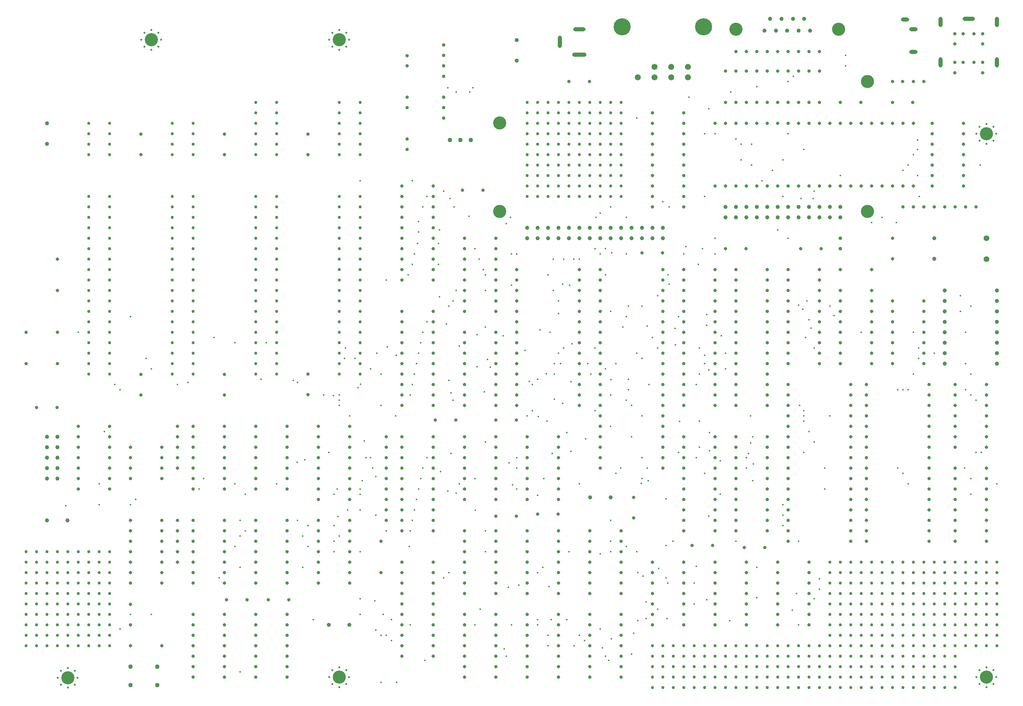
<source format=gbr>
%TF.GenerationSoftware,KiCad,Pcbnew,7.0.2*%
%TF.CreationDate,2024-04-17T07:58:50+08:00*%
%TF.ProjectId,HEC1,48454331-2e6b-4696-9361-645f70636258,rev?*%
%TF.SameCoordinates,Original*%
%TF.FileFunction,Plated,1,2,PTH,Mixed*%
%TF.FilePolarity,Positive*%
%FSLAX46Y46*%
G04 Gerber Fmt 4.6, Leading zero omitted, Abs format (unit mm)*
G04 Created by KiCad (PCBNEW 7.0.2) date 2024-04-17 07:58:50*
%MOMM*%
%LPD*%
G01*
G04 APERTURE LIST*
%TA.AperFunction,ViaDrill*%
%ADD10C,0.400000*%
%TD*%
%TA.AperFunction,ComponentDrill*%
%ADD11C,0.500000*%
%TD*%
%TA.AperFunction,ComponentDrill*%
%ADD12C,0.762000*%
%TD*%
%TA.AperFunction,ComponentDrill*%
%ADD13C,0.800000*%
%TD*%
%TA.AperFunction,ComponentDrill*%
%ADD14C,0.850000*%
%TD*%
%TA.AperFunction,ComponentDrill*%
%ADD15C,0.900000*%
%TD*%
%TA.AperFunction,ComponentDrill*%
%ADD16C,1.000000*%
%TD*%
G04 aperture for slot hole*
%TA.AperFunction,ComponentDrill*%
%ADD17O,1.000000X3.000000*%
%TD*%
G04 aperture for slot hole*
%TA.AperFunction,ComponentDrill*%
%ADD18O,3.000000X1.000000*%
%TD*%
G04 aperture for slot hole*
%TA.AperFunction,ComponentDrill*%
%ADD19O,3.500000X1.000000*%
%TD*%
G04 aperture for slot hole*
%TA.AperFunction,ComponentDrill*%
%ADD20O,2.000000X1.000000*%
%TD*%
G04 aperture for slot hole*
%TA.AperFunction,ComponentDrill*%
%ADD21O,1.000000X2.500000*%
%TD*%
%TA.AperFunction,ComponentDrill*%
%ADD22C,1.100000*%
%TD*%
%TA.AperFunction,ComponentDrill*%
%ADD23C,1.400000*%
%TD*%
%TA.AperFunction,ComponentDrill*%
%ADD24C,1.473200*%
%TD*%
%TA.AperFunction,ComponentDrill*%
%ADD25C,3.200000*%
%TD*%
%TA.AperFunction,ComponentDrill*%
%ADD26C,3.200000*%
%TD*%
%TA.AperFunction,ComponentDrill*%
%ADD27C,4.165600*%
%TD*%
G04 APERTURE END LIST*
D10*
X47752000Y-148844000D03*
X50800000Y-106680000D03*
X55880000Y-143510000D03*
X55880000Y-148612500D03*
X57150000Y-130810000D03*
X59690000Y-119380000D03*
X60960000Y-120650000D03*
X60960000Y-178816000D03*
X63500000Y-102870000D03*
X63500000Y-175260000D03*
X63522500Y-148612500D03*
X64770000Y-147320000D03*
X67310000Y-113030000D03*
X68580000Y-115547500D03*
X68580000Y-175260000D03*
X74930000Y-119359500D03*
X77470000Y-118851500D03*
X80187503Y-144780000D03*
X81280000Y-142240000D03*
X83820000Y-107950000D03*
X85090000Y-166370000D03*
X88900000Y-109220000D03*
X88900000Y-143510000D03*
X88900000Y-158750000D03*
X90170000Y-152400000D03*
X90170000Y-156210000D03*
X90170000Y-163830000D03*
X90170000Y-189230000D03*
X91440000Y-146027500D03*
X91440000Y-154940000D03*
X95250000Y-118132500D03*
X96520000Y-109220000D03*
X99060000Y-143510000D03*
X103124000Y-118343500D03*
X104094688Y-138221312D03*
X104140000Y-118851500D03*
X104140000Y-152400000D03*
X105410000Y-156210000D03*
X105410000Y-163830000D03*
X105897500Y-137668000D03*
X106680000Y-153670000D03*
X106680000Y-158750000D03*
X107950000Y-176530000D03*
X110490000Y-121920000D03*
X111760000Y-135890000D03*
X112903000Y-122047000D03*
X113030000Y-146050000D03*
X113030000Y-153670000D03*
X113030000Y-157480000D03*
X113030000Y-160020000D03*
X113792001Y-144780000D03*
X114021064Y-151408936D03*
X114300000Y-121920000D03*
X114300000Y-123190000D03*
X114300000Y-124460000D03*
X114300000Y-156210000D03*
X115570000Y-113030000D03*
X115824000Y-110490000D03*
X116332000Y-149860000D03*
X116840000Y-127000000D03*
X118110000Y-113030000D03*
X118892500Y-120121500D03*
X119380000Y-69850000D03*
X119380000Y-144780000D03*
X119380000Y-146050000D03*
X119380000Y-149860000D03*
X119380000Y-160020000D03*
X119380000Y-171450000D03*
X119380000Y-175260000D03*
X119473447Y-119237864D03*
X119888000Y-142727500D03*
X120396000Y-133096000D03*
X120862497Y-137160000D03*
X121920000Y-115570000D03*
X121920000Y-137160000D03*
X122428000Y-139700000D03*
X122936000Y-171920500D03*
X123190000Y-151130000D03*
X123190000Y-179070000D03*
X123210500Y-141752500D03*
X123485000Y-111760000D03*
X124460000Y-116840000D03*
X124460000Y-124460000D03*
X124460000Y-180340000D03*
X124460000Y-191770000D03*
X124968000Y-175260000D03*
X125730000Y-93980000D03*
X125730000Y-154940000D03*
X125730000Y-180340000D03*
X126012500Y-110236000D03*
X127000000Y-176530000D03*
X127000000Y-181610000D03*
X128016000Y-127000000D03*
X128232500Y-112268000D03*
X128270000Y-191770000D03*
X131064000Y-92710000D03*
X131297500Y-158727500D03*
X131572000Y-121920000D03*
X131572000Y-154940000D03*
X131592500Y-177800000D03*
X132080000Y-69850000D03*
X132080000Y-90170000D03*
X132080000Y-119380000D03*
X132080000Y-152400000D03*
X132588000Y-87630000D03*
X132588000Y-116840000D03*
X132588000Y-149860000D03*
X133096000Y-114300000D03*
X133096000Y-147320000D03*
X133329500Y-85090000D03*
X133604000Y-79756000D03*
X133604000Y-82296000D03*
X133604000Y-111760000D03*
X133604000Y-144780000D03*
X134112000Y-109220000D03*
X134112000Y-142240000D03*
X134620000Y-76200000D03*
X134620000Y-106680000D03*
X134620000Y-139700000D03*
X135128000Y-186436000D03*
X135636000Y-73660000D03*
X135636000Y-104140000D03*
X135636000Y-137160000D03*
X138430000Y-85090000D03*
X138430000Y-90170000D03*
X138684000Y-81788000D03*
X138684000Y-98044000D03*
X138938000Y-140499500D03*
X139700000Y-72390000D03*
X139700000Y-166370000D03*
X140424500Y-104648000D03*
X140716000Y-47244000D03*
X140716000Y-145288000D03*
X140949500Y-100330000D03*
X140970000Y-165100000D03*
X141007502Y-118364000D03*
X141224000Y-74168000D03*
X141515500Y-121412000D03*
X141515500Y-136144000D03*
X141965500Y-99060000D03*
X142023500Y-123190000D03*
X142240000Y-76200000D03*
X142748000Y-48260000D03*
X142748000Y-96520000D03*
X142748000Y-145796000D03*
X143492079Y-109944500D03*
X143510000Y-143510000D03*
X145936877Y-78463500D03*
X146072500Y-48260000D03*
X146812000Y-47244000D03*
X147320000Y-86360000D03*
X147320000Y-142240000D03*
X147320000Y-177800000D03*
X147404835Y-149944835D03*
X147873312Y-107233312D03*
X147889081Y-115024500D03*
X148336000Y-88900000D03*
X148612500Y-173990000D03*
X149352000Y-91440000D03*
X149634902Y-121120500D03*
X149860000Y-92710000D03*
X149860000Y-96520000D03*
X149860000Y-105410000D03*
X149860000Y-133350000D03*
X149860000Y-154940000D03*
X149860000Y-160020000D03*
X150363701Y-113288299D03*
X151088201Y-115099500D03*
X154215500Y-107479500D03*
X154427701Y-183604500D03*
X154934701Y-80258701D03*
X154940000Y-185420000D03*
X155448000Y-168656000D03*
X155606500Y-138430000D03*
X155956000Y-78740000D03*
X156210000Y-87630000D03*
X156210000Y-177800000D03*
X156230500Y-95250000D03*
X156464000Y-143764000D03*
X157480000Y-87630000D03*
X157480000Y-137160000D03*
X157480000Y-139700000D03*
X157480000Y-144780000D03*
X157988000Y-168148000D03*
X159512000Y-111035500D03*
X160020000Y-127000000D03*
X160528000Y-118580500D03*
X161290000Y-119380000D03*
X161290000Y-125730000D03*
X162560000Y-118110000D03*
X162560000Y-165100000D03*
X162560000Y-176530000D03*
X162560000Y-177800000D03*
X162564299Y-146299701D03*
X162722062Y-127182562D03*
X163195000Y-106045000D03*
X163830000Y-163830000D03*
X164084000Y-142240000D03*
X164723299Y-116708701D03*
X164883500Y-128232500D03*
X165100000Y-92732500D03*
X165100000Y-180340000D03*
X165100000Y-182880000D03*
X165391500Y-168439500D03*
X165608000Y-106680000D03*
X165882500Y-176530000D03*
X166116000Y-136144000D03*
X166370000Y-88900000D03*
X166370000Y-96520000D03*
X166624000Y-114300000D03*
X166624000Y-116840000D03*
X166624000Y-122936000D03*
X167640000Y-99060000D03*
X167640000Y-102108000D03*
X167640000Y-111760000D03*
X168148000Y-114300000D03*
X168656000Y-94996000D03*
X168656000Y-123952000D03*
X168910000Y-88900000D03*
X168910000Y-110490000D03*
X169672000Y-131064000D03*
X169692500Y-176552500D03*
X170180000Y-160020000D03*
X170396500Y-95250000D03*
X170688000Y-118655500D03*
X170688000Y-135636000D03*
X170962500Y-109414102D03*
X171427500Y-88900000D03*
X171450000Y-182880000D03*
X172720000Y-88900000D03*
X172720000Y-143510000D03*
X172720000Y-180340000D03*
X173990000Y-181610000D03*
X174239701Y-132583701D03*
X174772500Y-114300000D03*
X175534500Y-116840000D03*
X176530000Y-86360000D03*
X176530000Y-110490000D03*
X176530000Y-125730000D03*
X176784000Y-78740000D03*
X177800000Y-77724000D03*
X177800000Y-87607500D03*
X177800000Y-160528000D03*
X177800000Y-178816000D03*
X178312299Y-183392299D03*
X179070000Y-86360000D03*
X179070000Y-92710000D03*
X179070000Y-115570000D03*
X179070000Y-185420000D03*
X179832000Y-186436000D03*
X180340000Y-76200000D03*
X180340000Y-121920000D03*
X180340000Y-129540000D03*
X180340000Y-152400000D03*
X180340000Y-157480000D03*
X180340000Y-160020000D03*
X180360000Y-101600000D03*
X180417352Y-118166852D03*
X180565098Y-181139500D03*
X180635500Y-87376000D03*
X181630500Y-114300000D03*
X181632500Y-140970000D03*
X182857250Y-139722750D03*
X183347000Y-105410000D03*
X184129500Y-102870000D03*
X184150000Y-78760500D03*
X184150000Y-87607500D03*
X184150000Y-123190000D03*
X184150000Y-158750000D03*
X184637500Y-100330000D03*
X184637500Y-118110000D03*
X184637500Y-120650000D03*
X185420000Y-124460000D03*
X185420000Y-132080000D03*
X185420000Y-184912000D03*
X185928000Y-179832000D03*
X186690000Y-54610000D03*
X186690000Y-111760000D03*
X186690000Y-160020000D03*
X186944000Y-165100000D03*
X186944000Y-176784000D03*
X187833000Y-143383000D03*
X187939500Y-100330000D03*
X187939500Y-113030000D03*
X187960000Y-127000000D03*
X187960000Y-137160000D03*
X187960000Y-142262750D03*
X188251500Y-165899500D03*
X188976000Y-172212000D03*
X188976000Y-176276000D03*
X189230000Y-105156000D03*
X189230000Y-139700000D03*
X189488299Y-142743701D03*
X189700500Y-119380000D03*
X190520500Y-107950000D03*
X191770000Y-97790000D03*
X191770000Y-110490000D03*
X191770000Y-173990000D03*
X192024000Y-164084000D03*
X193040000Y-74930000D03*
X193839500Y-147094902D03*
X193839500Y-158496000D03*
X193839500Y-166370000D03*
X194056000Y-176276000D03*
X194264500Y-167640000D03*
X194310000Y-92710000D03*
X194564000Y-76200000D03*
X194564000Y-94996000D03*
X195557000Y-157480000D03*
X196042688Y-105709312D03*
X196088000Y-109728000D03*
X196850000Y-102870000D03*
X196850000Y-135890000D03*
X197104000Y-128305500D03*
X198120000Y-87607500D03*
X198628000Y-85852000D03*
X199390000Y-49552500D03*
X200660000Y-167640000D03*
X200660000Y-172720000D03*
X201163701Y-163571701D03*
X201188498Y-119380000D03*
X201188498Y-137160000D03*
X201676000Y-90170000D03*
X201930000Y-110490000D03*
X201970998Y-116840000D03*
X201970998Y-128247500D03*
X201970998Y-134620000D03*
X202687701Y-86364299D03*
X203200000Y-58420000D03*
X203200000Y-73660000D03*
X203200000Y-112268000D03*
X203200000Y-114300000D03*
X203200000Y-140970000D03*
X203708000Y-102324500D03*
X203708000Y-104939500D03*
X203708000Y-171704000D03*
X204216000Y-52324000D03*
X204216000Y-115824000D03*
X204216000Y-151384000D03*
X204432500Y-131064000D03*
X204432500Y-135419500D03*
X205740000Y-58420000D03*
X205740000Y-83820000D03*
X205740000Y-87607500D03*
X207010000Y-146050000D03*
X207027921Y-137884500D03*
X207259701Y-107479500D03*
X208280000Y-115570000D03*
X208284299Y-111755701D03*
X209296000Y-176784000D03*
X209550000Y-48260000D03*
X210820000Y-59690000D03*
X210820000Y-157480000D03*
X212090000Y-60960000D03*
X212090000Y-64770000D03*
X213360000Y-137160000D03*
X213360000Y-139700000D03*
X213868000Y-136144000D03*
X214376000Y-127000000D03*
X214376000Y-133604000D03*
X214630000Y-60960000D03*
X214630000Y-66040000D03*
X214879701Y-142743701D03*
X214884000Y-132080000D03*
X215100500Y-138684000D03*
X215895701Y-171200299D03*
X215900000Y-46990000D03*
X215900000Y-163830000D03*
X217170000Y-69850000D03*
X219710000Y-67310000D03*
X220980000Y-81788000D03*
X222250000Y-64770000D03*
X222250000Y-73660000D03*
X222250000Y-148590000D03*
X222250000Y-151130000D03*
X222250000Y-153670000D03*
X223520000Y-45720000D03*
X223520000Y-58420000D03*
X223524299Y-83824299D03*
X224536000Y-174244000D03*
X224790000Y-44450000D03*
X225552000Y-170180000D03*
X226060000Y-100076000D03*
X226060000Y-157480000D03*
X226060000Y-177800000D03*
X226351500Y-124460000D03*
X226679123Y-74147500D03*
X227076000Y-101092000D03*
X227330000Y-62230000D03*
X227330000Y-127000000D03*
X227330000Y-128270000D03*
X227330000Y-135890000D03*
X227367500Y-125730000D03*
X227800500Y-107950000D03*
X228071500Y-99060000D03*
X228600000Y-103632000D03*
X228600000Y-130810000D03*
X229145500Y-105664000D03*
X229616000Y-74147500D03*
X229870000Y-72390000D03*
X229870000Y-110490000D03*
X229870000Y-133350000D03*
X229870000Y-171450000D03*
X231135701Y-169159701D03*
X231140000Y-166624000D03*
X232410000Y-139700000D03*
X232410000Y-144780000D03*
X233680000Y-100330000D03*
X233680000Y-127000000D03*
X234696000Y-102616000D03*
X236220000Y-68580000D03*
X237490000Y-39370000D03*
X237490000Y-41910000D03*
X241322500Y-106680000D03*
X243840000Y-80010000D03*
X246380000Y-78740000D03*
X249872500Y-80010000D03*
X250190000Y-120672500D03*
X250190000Y-139700000D03*
X251460000Y-67310000D03*
X251460000Y-120672500D03*
X251460000Y-140970000D03*
X252730000Y-66040000D03*
X252730000Y-120672500D03*
X252730000Y-143510000D03*
X254000000Y-63500000D03*
X254000000Y-106680000D03*
X254000000Y-116840000D03*
X255016000Y-59944000D03*
X255016000Y-62230000D03*
X255016000Y-68580000D03*
X255270000Y-110490000D03*
X255270000Y-113030000D03*
X255478688Y-73614688D03*
X259080000Y-111760000D03*
X265430000Y-97790000D03*
X265430000Y-101600000D03*
X266425500Y-139700000D03*
X266700000Y-106680000D03*
X266700000Y-114300000D03*
X266700000Y-120650000D03*
X267949500Y-142240000D03*
X267970000Y-100330000D03*
X267970000Y-116840000D03*
X267970000Y-121920000D03*
X267970000Y-146050000D03*
X269240000Y-123190000D03*
X269240000Y-135890000D03*
X270256000Y-66040000D03*
X270510000Y-135890000D03*
X274320000Y-143510000D03*
D11*
%TO.C,H4*%
X45860000Y-190640000D03*
X46562944Y-188942944D03*
X46562944Y-192337056D03*
X48260000Y-188240000D03*
X48260000Y-193040000D03*
X49957056Y-188942944D03*
X49957056Y-192337056D03*
X50660000Y-190640000D03*
%TO.C,H1*%
X66180000Y-35560000D03*
X66882944Y-33862944D03*
X66882944Y-37257056D03*
X68580000Y-33160000D03*
X68580000Y-37960000D03*
X70277056Y-33862944D03*
X70277056Y-37257056D03*
X70980000Y-35560000D03*
%TO.C,H5*%
X111900000Y-35560000D03*
%TO.C,H3*%
X111900000Y-190500000D03*
%TO.C,H5*%
X112602944Y-33862944D03*
X112602944Y-37257056D03*
%TO.C,H3*%
X112602944Y-188802944D03*
X112602944Y-192197056D03*
%TO.C,H5*%
X114300000Y-33160000D03*
X114300000Y-37960000D03*
%TO.C,H3*%
X114300000Y-188100000D03*
X114300000Y-192900000D03*
%TO.C,H5*%
X115997056Y-33862944D03*
X115997056Y-37257056D03*
%TO.C,H3*%
X115997056Y-188802944D03*
X115997056Y-192197056D03*
%TO.C,H5*%
X116700000Y-35560000D03*
%TO.C,H3*%
X116700000Y-190500000D03*
%TO.C,H2*%
X269380000Y-58420000D03*
%TO.C,H6*%
X269380000Y-190500000D03*
%TO.C,H2*%
X270082944Y-56722944D03*
X270082944Y-60117056D03*
%TO.C,H6*%
X270082944Y-188802944D03*
X270082944Y-192197056D03*
%TO.C,H2*%
X271780000Y-56020000D03*
X271780000Y-60820000D03*
%TO.C,H6*%
X271780000Y-188100000D03*
X271780000Y-192900000D03*
%TO.C,H2*%
X273477056Y-56722944D03*
X273477056Y-60117056D03*
%TO.C,H6*%
X273477056Y-188802944D03*
X273477056Y-192197056D03*
%TO.C,H2*%
X274180000Y-58420000D03*
%TO.C,H6*%
X274180000Y-190500000D03*
D12*
%TO.C,REF\u002A\u002A*%
X38100000Y-160020000D03*
X38100000Y-162560000D03*
X38100000Y-165100000D03*
X38100000Y-167640000D03*
X38100000Y-170180000D03*
X38100000Y-172720000D03*
X38100000Y-175260000D03*
X38100000Y-177800000D03*
X38100000Y-180340000D03*
X38100000Y-182880000D03*
X40640000Y-160020000D03*
X40640000Y-162560000D03*
X40640000Y-165100000D03*
X40640000Y-167640000D03*
X40640000Y-170180000D03*
X40640000Y-172720000D03*
X40640000Y-175260000D03*
X40640000Y-177800000D03*
X40640000Y-180340000D03*
X40640000Y-182880000D03*
X43180000Y-160020000D03*
X43180000Y-162560000D03*
X43180000Y-165100000D03*
X43180000Y-167640000D03*
X43180000Y-170180000D03*
X43180000Y-172720000D03*
X43180000Y-175260000D03*
X43180000Y-177800000D03*
X43180000Y-180340000D03*
X43180000Y-182880000D03*
X45720000Y-160020000D03*
X45720000Y-162560000D03*
X45720000Y-165100000D03*
X45720000Y-167640000D03*
X45720000Y-170180000D03*
X45720000Y-172720000D03*
X45720000Y-175260000D03*
X45720000Y-177800000D03*
X45720000Y-180340000D03*
X45720000Y-182880000D03*
X48260000Y-160020000D03*
X48260000Y-162560000D03*
X48260000Y-165100000D03*
X48260000Y-167640000D03*
X48260000Y-170180000D03*
X48260000Y-172720000D03*
X48260000Y-175260000D03*
X48260000Y-177800000D03*
X48260000Y-180340000D03*
X48260000Y-182880000D03*
X50800000Y-160020000D03*
X50800000Y-162560000D03*
X50800000Y-165100000D03*
X50800000Y-167640000D03*
X50800000Y-170180000D03*
X50800000Y-172720000D03*
X50800000Y-175260000D03*
X50800000Y-177800000D03*
X50800000Y-180340000D03*
X50800000Y-182880000D03*
%TO.C,BUS4*%
X53340000Y-55880000D03*
X53340000Y-58420000D03*
X53340000Y-60960000D03*
X53340000Y-63500000D03*
X53340000Y-73660000D03*
X53340000Y-76200000D03*
X53340000Y-78740000D03*
X53340000Y-81280000D03*
X53340000Y-83820000D03*
X53340000Y-86360000D03*
X53340000Y-88900000D03*
X53340000Y-91440000D03*
X53340000Y-93980000D03*
X53340000Y-96520000D03*
X53340000Y-99060000D03*
X53340000Y-101600000D03*
X53340000Y-104140000D03*
X53340000Y-106680000D03*
X53340000Y-109220000D03*
X53340000Y-111760000D03*
X53340000Y-114300000D03*
X53340000Y-116840000D03*
%TO.C,REF\u002A\u002A*%
X53340000Y-160020000D03*
X53340000Y-162560000D03*
X53340000Y-165100000D03*
X53340000Y-167640000D03*
X53340000Y-170180000D03*
X53340000Y-172720000D03*
X53340000Y-175260000D03*
X53340000Y-177800000D03*
X53340000Y-180340000D03*
X53340000Y-182880000D03*
X55880000Y-160020000D03*
X55880000Y-162560000D03*
X55880000Y-165100000D03*
X55880000Y-167640000D03*
X55880000Y-170180000D03*
X55880000Y-172720000D03*
X55880000Y-175260000D03*
X55880000Y-177800000D03*
X55880000Y-180340000D03*
X55880000Y-182880000D03*
%TO.C,BUS4*%
X58420000Y-55880000D03*
X58420000Y-58420000D03*
X58420000Y-60960000D03*
X58420000Y-63500000D03*
X58420000Y-73660000D03*
X58420000Y-76200000D03*
X58420000Y-78740000D03*
X58420000Y-81280000D03*
X58420000Y-83820000D03*
X58420000Y-86360000D03*
X58420000Y-88900000D03*
X58420000Y-91440000D03*
X58420000Y-93980000D03*
X58420000Y-96520000D03*
X58420000Y-99060000D03*
X58420000Y-101600000D03*
X58420000Y-104140000D03*
X58420000Y-106680000D03*
X58420000Y-109220000D03*
X58420000Y-111760000D03*
X58420000Y-114300000D03*
X58420000Y-116840000D03*
%TO.C,REF\u002A\u002A*%
X58420000Y-160020000D03*
X58420000Y-162560000D03*
X58420000Y-165100000D03*
X58420000Y-167640000D03*
X58420000Y-170180000D03*
X58420000Y-172720000D03*
X58420000Y-175260000D03*
X58420000Y-177800000D03*
X58420000Y-180340000D03*
X58420000Y-182880000D03*
%TO.C,BUS3*%
X73660000Y-55880000D03*
X73660000Y-58420000D03*
X73660000Y-60960000D03*
X73660000Y-63500000D03*
X73660000Y-73660000D03*
X73660000Y-76200000D03*
X73660000Y-78740000D03*
X73660000Y-81280000D03*
X73660000Y-83820000D03*
X73660000Y-86360000D03*
X73660000Y-88900000D03*
X73660000Y-91440000D03*
X73660000Y-93980000D03*
X73660000Y-96520000D03*
X73660000Y-99060000D03*
X73660000Y-101600000D03*
X73660000Y-104140000D03*
X73660000Y-106680000D03*
X73660000Y-109220000D03*
X73660000Y-111760000D03*
X73660000Y-114300000D03*
X73660000Y-116840000D03*
X78740000Y-55880000D03*
X78740000Y-58420000D03*
X78740000Y-60960000D03*
X78740000Y-63500000D03*
X78740000Y-73660000D03*
X78740000Y-76200000D03*
X78740000Y-78740000D03*
X78740000Y-81280000D03*
X78740000Y-83820000D03*
X78740000Y-86360000D03*
X78740000Y-88900000D03*
X78740000Y-91440000D03*
X78740000Y-93980000D03*
X78740000Y-96520000D03*
X78740000Y-99060000D03*
X78740000Y-101600000D03*
X78740000Y-104140000D03*
X78740000Y-106680000D03*
X78740000Y-109220000D03*
X78740000Y-111760000D03*
X78740000Y-114300000D03*
X78740000Y-116840000D03*
%TO.C,BUS2*%
X93980000Y-50800000D03*
X93980000Y-53340000D03*
X93980000Y-55880000D03*
X93980000Y-58420000D03*
X93980000Y-60960000D03*
X93980000Y-63500000D03*
X93980000Y-73660000D03*
X93980000Y-76200000D03*
X93980000Y-78740000D03*
X93980000Y-81280000D03*
X93980000Y-83820000D03*
X93980000Y-86360000D03*
X93980000Y-88900000D03*
X93980000Y-91440000D03*
X93980000Y-93980000D03*
X93980000Y-96520000D03*
X93980000Y-99060000D03*
X93980000Y-101600000D03*
X93980000Y-104140000D03*
X93980000Y-106680000D03*
X93980000Y-109220000D03*
X93980000Y-111760000D03*
X93980000Y-114300000D03*
X93980000Y-116840000D03*
X99060000Y-50800000D03*
X99060000Y-53340000D03*
X99060000Y-55880000D03*
X99060000Y-58420000D03*
X99060000Y-60960000D03*
X99060000Y-63500000D03*
X99060000Y-73660000D03*
X99060000Y-76200000D03*
X99060000Y-78740000D03*
X99060000Y-81280000D03*
X99060000Y-83820000D03*
X99060000Y-86360000D03*
X99060000Y-88900000D03*
X99060000Y-91440000D03*
X99060000Y-93980000D03*
X99060000Y-96520000D03*
X99060000Y-99060000D03*
X99060000Y-101600000D03*
X99060000Y-104140000D03*
X99060000Y-106680000D03*
X99060000Y-109220000D03*
X99060000Y-111760000D03*
X99060000Y-114300000D03*
X99060000Y-116840000D03*
%TO.C,BUS1*%
X114300000Y-50800000D03*
X114300000Y-53340000D03*
X114300000Y-55880000D03*
X114300000Y-58420000D03*
X114300000Y-60960000D03*
X114300000Y-63500000D03*
X114300000Y-73660000D03*
X114300000Y-76200000D03*
X114300000Y-78740000D03*
X114300000Y-81280000D03*
X114300000Y-83820000D03*
X114300000Y-86360000D03*
X114300000Y-88900000D03*
X114300000Y-91440000D03*
X114300000Y-93980000D03*
X114300000Y-96520000D03*
X114300000Y-99060000D03*
X114300000Y-101600000D03*
X114300000Y-104140000D03*
X114300000Y-106680000D03*
X114300000Y-109220000D03*
X114300000Y-111760000D03*
X114300000Y-114300000D03*
X114300000Y-116840000D03*
X119380000Y-50800000D03*
X119380000Y-53340000D03*
X119380000Y-55880000D03*
X119380000Y-58420000D03*
X119380000Y-60960000D03*
X119380000Y-63500000D03*
X119380000Y-73660000D03*
X119380000Y-76200000D03*
X119380000Y-78740000D03*
X119380000Y-81280000D03*
X119380000Y-83820000D03*
X119380000Y-86360000D03*
X119380000Y-88900000D03*
X119380000Y-91440000D03*
X119380000Y-93980000D03*
X119380000Y-96520000D03*
X119380000Y-99060000D03*
X119380000Y-101600000D03*
X119380000Y-104140000D03*
X119380000Y-106680000D03*
X119380000Y-109220000D03*
X119380000Y-111760000D03*
X119380000Y-114300000D03*
X119380000Y-116840000D03*
%TO.C,REF\u002A\u002A*%
X160020000Y-50800000D03*
X160020000Y-53340000D03*
X160020000Y-55880000D03*
X160020000Y-58420000D03*
X160020000Y-60960000D03*
X160020000Y-63500000D03*
X160020000Y-66040000D03*
X160020000Y-68580000D03*
X160020000Y-71120000D03*
X160020000Y-73660000D03*
X162560000Y-50800000D03*
X162560000Y-53340000D03*
X162560000Y-55880000D03*
X162560000Y-58420000D03*
X162560000Y-60960000D03*
X162560000Y-63500000D03*
X162560000Y-66040000D03*
X162560000Y-68580000D03*
X162560000Y-71120000D03*
X162560000Y-73660000D03*
X165100000Y-50800000D03*
X165100000Y-53340000D03*
X165100000Y-55880000D03*
X165100000Y-58420000D03*
X165100000Y-60960000D03*
X165100000Y-63500000D03*
X165100000Y-66040000D03*
X165100000Y-68580000D03*
X165100000Y-71120000D03*
X165100000Y-73660000D03*
X167640000Y-50800000D03*
X167640000Y-53340000D03*
X167640000Y-55880000D03*
X167640000Y-58420000D03*
X167640000Y-60960000D03*
X167640000Y-63500000D03*
X167640000Y-66040000D03*
X167640000Y-68580000D03*
X167640000Y-71120000D03*
X167640000Y-73660000D03*
X170180000Y-50800000D03*
X170180000Y-53340000D03*
X170180000Y-55880000D03*
X170180000Y-58420000D03*
X170180000Y-60960000D03*
X170180000Y-63500000D03*
X170180000Y-66040000D03*
X170180000Y-68580000D03*
X170180000Y-71120000D03*
X170180000Y-73660000D03*
X172720000Y-50800000D03*
X172720000Y-53340000D03*
X172720000Y-55880000D03*
X172720000Y-58420000D03*
X172720000Y-60960000D03*
X172720000Y-63500000D03*
X172720000Y-66040000D03*
X172720000Y-68580000D03*
X172720000Y-71120000D03*
X172720000Y-73660000D03*
X175260000Y-50800000D03*
X175260000Y-53340000D03*
X175260000Y-55880000D03*
X175260000Y-58420000D03*
X175260000Y-60960000D03*
X175260000Y-63500000D03*
X175260000Y-66040000D03*
X175260000Y-68580000D03*
X175260000Y-71120000D03*
X175260000Y-73660000D03*
X177800000Y-50800000D03*
X177800000Y-53340000D03*
X177800000Y-55880000D03*
X177800000Y-58420000D03*
X177800000Y-60960000D03*
X177800000Y-63500000D03*
X177800000Y-66040000D03*
X177800000Y-68580000D03*
X177800000Y-71120000D03*
X177800000Y-73660000D03*
X180340000Y-50800000D03*
X180340000Y-53340000D03*
X180340000Y-55880000D03*
X180340000Y-58420000D03*
X180340000Y-60960000D03*
X180340000Y-63500000D03*
X180340000Y-66040000D03*
X180340000Y-68580000D03*
X180340000Y-71120000D03*
X180340000Y-73660000D03*
X182880000Y-50800000D03*
X182880000Y-53340000D03*
X182880000Y-55880000D03*
X182880000Y-58420000D03*
X182880000Y-60960000D03*
X182880000Y-63500000D03*
X182880000Y-66040000D03*
X182880000Y-68580000D03*
X182880000Y-71120000D03*
X182880000Y-73660000D03*
X190500000Y-182880000D03*
X190500000Y-185420000D03*
X190500000Y-187960000D03*
X190500000Y-190500000D03*
X190500000Y-193040000D03*
X193040000Y-182880000D03*
X193040000Y-185420000D03*
X193040000Y-187960000D03*
X193040000Y-190500000D03*
X193040000Y-193040000D03*
X195580000Y-182880000D03*
X195580000Y-185420000D03*
X195580000Y-187960000D03*
X195580000Y-190500000D03*
X195580000Y-193040000D03*
X198120000Y-182880000D03*
X198120000Y-185420000D03*
X198120000Y-187960000D03*
X198120000Y-190500000D03*
X198120000Y-193040000D03*
X200660000Y-182880000D03*
X200660000Y-185420000D03*
X200660000Y-187960000D03*
X200660000Y-190500000D03*
X200660000Y-193040000D03*
X203200000Y-182880000D03*
X203200000Y-185420000D03*
X203200000Y-187960000D03*
X203200000Y-190500000D03*
X203200000Y-193040000D03*
X205740000Y-182880000D03*
X205740000Y-185420000D03*
X205740000Y-187960000D03*
X205740000Y-190500000D03*
X205740000Y-193040000D03*
X208280000Y-182880000D03*
X208280000Y-185420000D03*
X208280000Y-187960000D03*
X208280000Y-190500000D03*
X208280000Y-193040000D03*
X210820000Y-182880000D03*
X210820000Y-185420000D03*
X210820000Y-187960000D03*
X210820000Y-190500000D03*
X210820000Y-193040000D03*
X213360000Y-182880000D03*
X213360000Y-185420000D03*
X213360000Y-187960000D03*
X213360000Y-190500000D03*
X213360000Y-193040000D03*
X215900000Y-182880000D03*
X215900000Y-185420000D03*
X215900000Y-187960000D03*
X215900000Y-190500000D03*
X215900000Y-193040000D03*
X218440000Y-182880000D03*
X218440000Y-185420000D03*
X218440000Y-187960000D03*
X218440000Y-190500000D03*
X218440000Y-193040000D03*
X220980000Y-182880000D03*
X220980000Y-185420000D03*
X220980000Y-187960000D03*
X220980000Y-190500000D03*
X220980000Y-193040000D03*
X223520000Y-182880000D03*
X223520000Y-185420000D03*
X223520000Y-187960000D03*
X223520000Y-190500000D03*
X223520000Y-193040000D03*
X226060000Y-182880000D03*
X226060000Y-185420000D03*
X226060000Y-187960000D03*
X226060000Y-190500000D03*
X226060000Y-193040000D03*
X228600000Y-182880000D03*
X228600000Y-185420000D03*
X228600000Y-187960000D03*
X228600000Y-190500000D03*
X228600000Y-193040000D03*
X231140000Y-182880000D03*
X231140000Y-185420000D03*
X231140000Y-187960000D03*
X231140000Y-190500000D03*
X231140000Y-193040000D03*
X233680000Y-162560000D03*
X233680000Y-165100000D03*
X233680000Y-167640000D03*
X233680000Y-170180000D03*
X233680000Y-172720000D03*
X233680000Y-175260000D03*
X233680000Y-177800000D03*
X233680000Y-180340000D03*
X233680000Y-182880000D03*
X233680000Y-185420000D03*
X233680000Y-187960000D03*
X233680000Y-190500000D03*
X233680000Y-193040000D03*
X236220000Y-162560000D03*
X236220000Y-165100000D03*
X236220000Y-167640000D03*
X236220000Y-170180000D03*
X236220000Y-172720000D03*
X236220000Y-175260000D03*
X236220000Y-177800000D03*
X236220000Y-180340000D03*
X236220000Y-182880000D03*
X236220000Y-185420000D03*
X236220000Y-187960000D03*
X236220000Y-190500000D03*
X236220000Y-193040000D03*
X238760000Y-162560000D03*
X238760000Y-165100000D03*
X238760000Y-167640000D03*
X238760000Y-170180000D03*
X238760000Y-172720000D03*
X238760000Y-175260000D03*
X238760000Y-177800000D03*
X238760000Y-180340000D03*
X238760000Y-182880000D03*
X238760000Y-185420000D03*
X238760000Y-187960000D03*
X238760000Y-190500000D03*
X238760000Y-193040000D03*
X241300000Y-162560000D03*
X241300000Y-165100000D03*
X241300000Y-167640000D03*
X241300000Y-170180000D03*
X241300000Y-172720000D03*
X241300000Y-175260000D03*
X241300000Y-177800000D03*
X241300000Y-180340000D03*
X241300000Y-182880000D03*
X241300000Y-185420000D03*
X241300000Y-187960000D03*
X241300000Y-190500000D03*
X241300000Y-193040000D03*
X243840000Y-162560000D03*
X243840000Y-165100000D03*
X243840000Y-167640000D03*
X243840000Y-170180000D03*
X243840000Y-172720000D03*
X243840000Y-175260000D03*
X243840000Y-177800000D03*
X243840000Y-180340000D03*
X243840000Y-182880000D03*
X243840000Y-185420000D03*
X243840000Y-187960000D03*
X243840000Y-190500000D03*
X243840000Y-193040000D03*
X246380000Y-162560000D03*
X246380000Y-165100000D03*
X246380000Y-167640000D03*
X246380000Y-170180000D03*
X246380000Y-172720000D03*
X246380000Y-175260000D03*
X246380000Y-177800000D03*
X246380000Y-180340000D03*
X246380000Y-182880000D03*
X246380000Y-185420000D03*
X246380000Y-187960000D03*
X246380000Y-190500000D03*
X246380000Y-193040000D03*
X248920000Y-162560000D03*
X248920000Y-165100000D03*
X248920000Y-167640000D03*
X248920000Y-170180000D03*
X248920000Y-172720000D03*
X248920000Y-175260000D03*
X248920000Y-177800000D03*
X248920000Y-180340000D03*
X248920000Y-182880000D03*
X248920000Y-185420000D03*
X248920000Y-187960000D03*
X248920000Y-190500000D03*
X248920000Y-193040000D03*
X251460000Y-162560000D03*
X251460000Y-165100000D03*
X251460000Y-167640000D03*
X251460000Y-170180000D03*
X251460000Y-172720000D03*
X251460000Y-175260000D03*
X251460000Y-177800000D03*
X251460000Y-180340000D03*
X251460000Y-182880000D03*
X251460000Y-185420000D03*
X251460000Y-187960000D03*
X251460000Y-190500000D03*
X251460000Y-193040000D03*
X254000000Y-162560000D03*
X254000000Y-165100000D03*
X254000000Y-167640000D03*
X254000000Y-170180000D03*
X254000000Y-172720000D03*
X254000000Y-175260000D03*
X254000000Y-177800000D03*
X254000000Y-180340000D03*
X254000000Y-182880000D03*
X254000000Y-185420000D03*
X254000000Y-187960000D03*
X254000000Y-190500000D03*
X254000000Y-193040000D03*
X256540000Y-162560000D03*
X256540000Y-165100000D03*
X256540000Y-167640000D03*
X256540000Y-170180000D03*
X256540000Y-172720000D03*
X256540000Y-175260000D03*
X256540000Y-177800000D03*
X256540000Y-180340000D03*
X256540000Y-182880000D03*
X256540000Y-185420000D03*
X256540000Y-187960000D03*
X256540000Y-190500000D03*
X256540000Y-193040000D03*
X259080000Y-162560000D03*
X259080000Y-165100000D03*
X259080000Y-167640000D03*
X259080000Y-170180000D03*
X259080000Y-172720000D03*
X259080000Y-175260000D03*
X259080000Y-177800000D03*
X259080000Y-180340000D03*
X259080000Y-182880000D03*
X259080000Y-185420000D03*
X259080000Y-187960000D03*
X259080000Y-190500000D03*
X259080000Y-193040000D03*
X261620000Y-162560000D03*
X261620000Y-165100000D03*
X261620000Y-167640000D03*
X261620000Y-170180000D03*
X261620000Y-172720000D03*
X261620000Y-175260000D03*
X261620000Y-177800000D03*
X261620000Y-180340000D03*
X261620000Y-182880000D03*
X261620000Y-185420000D03*
X261620000Y-187960000D03*
X261620000Y-190500000D03*
X261620000Y-193040000D03*
X264160000Y-162560000D03*
X264160000Y-165100000D03*
X264160000Y-167640000D03*
X264160000Y-170180000D03*
X264160000Y-172720000D03*
X264160000Y-175260000D03*
X264160000Y-177800000D03*
X264160000Y-180340000D03*
X264160000Y-182880000D03*
X264160000Y-185420000D03*
X264160000Y-187960000D03*
X264160000Y-190500000D03*
X264160000Y-193040000D03*
X266700000Y-162560000D03*
X266700000Y-165100000D03*
X266700000Y-167640000D03*
X266700000Y-170180000D03*
X266700000Y-172720000D03*
X266700000Y-175260000D03*
X266700000Y-177800000D03*
X266700000Y-180340000D03*
X266700000Y-182880000D03*
X269240000Y-162560000D03*
X269240000Y-165100000D03*
X269240000Y-167640000D03*
X269240000Y-170180000D03*
X269240000Y-172720000D03*
X269240000Y-175260000D03*
X269240000Y-177800000D03*
X269240000Y-180340000D03*
X269240000Y-182880000D03*
X271780000Y-162560000D03*
X271780000Y-165100000D03*
X271780000Y-167640000D03*
X271780000Y-170180000D03*
X271780000Y-172720000D03*
X271780000Y-175260000D03*
X271780000Y-177800000D03*
X271780000Y-180340000D03*
X271780000Y-182880000D03*
X274320000Y-162560000D03*
X274320000Y-165100000D03*
X274320000Y-167640000D03*
X274320000Y-170180000D03*
X274320000Y-172720000D03*
X274320000Y-175260000D03*
X274320000Y-177800000D03*
X274320000Y-180340000D03*
X274320000Y-182880000D03*
D13*
%TO.C,X1*%
X38100000Y-106680000D03*
X38100000Y-114300000D03*
%TO.C,C24*%
X40680000Y-124968000D03*
X45680000Y-124968000D03*
%TO.C,R3*%
X45720000Y-88900000D03*
X45720000Y-96520000D03*
%TO.C,X1*%
X45720000Y-106680000D03*
X45720000Y-114300000D03*
%TO.C,U34*%
X50800000Y-129540000D03*
X50800000Y-132080000D03*
X50800000Y-134620000D03*
X50800000Y-137160000D03*
X50800000Y-139700000D03*
X50800000Y-142240000D03*
X50800000Y-144780000D03*
X58420000Y-129540000D03*
X58420000Y-132080000D03*
X58420000Y-134620000D03*
X58420000Y-137160000D03*
X58420000Y-139700000D03*
X58420000Y-142240000D03*
X58420000Y-144780000D03*
%TO.C,SW1*%
X63500000Y-134620000D03*
X63500000Y-137160000D03*
X63500000Y-139700000D03*
X63500000Y-142240000D03*
%TO.C,U12*%
X63500000Y-152395000D03*
X63500000Y-154935000D03*
X63500000Y-157475000D03*
X63500000Y-160015000D03*
X63500000Y-162555000D03*
X63500000Y-165095000D03*
X63500000Y-167635000D03*
%TO.C,C16*%
X63500000Y-172800000D03*
X63500000Y-177800000D03*
%TO.C,R1*%
X63500000Y-182880000D03*
%TO.C,C1*%
X66040000Y-58500000D03*
X66040000Y-63500000D03*
%TO.C,C5*%
X66040000Y-116920000D03*
X66040000Y-121920000D03*
%TO.C,SW1*%
X71120000Y-134620000D03*
X71120000Y-137160000D03*
X71120000Y-139700000D03*
X71120000Y-142240000D03*
%TO.C,U12*%
X71120000Y-152395000D03*
X71120000Y-154935000D03*
X71120000Y-157475000D03*
X71120000Y-160015000D03*
X71120000Y-162555000D03*
X71120000Y-165095000D03*
X71120000Y-167635000D03*
%TO.C,R1*%
X71120000Y-182880000D03*
%TO.C,RN2*%
X74930000Y-129540000D03*
X74930000Y-132080000D03*
X74930000Y-134620000D03*
X74930000Y-137160000D03*
X74930000Y-139700000D03*
%TO.C,RN7*%
X74930000Y-152400000D03*
X74930000Y-154940000D03*
X74930000Y-157480000D03*
X74930000Y-160020000D03*
X74930000Y-162560000D03*
%TO.C,U33*%
X78730000Y-129540000D03*
X78730000Y-132080000D03*
X78730000Y-134620000D03*
X78730000Y-137160000D03*
X78730000Y-139700000D03*
X78730000Y-142240000D03*
X78730000Y-144780000D03*
%TO.C,U31*%
X78740000Y-152400000D03*
X78740000Y-154940000D03*
X78740000Y-157480000D03*
X78740000Y-160020000D03*
X78740000Y-162560000D03*
X78740000Y-165100000D03*
X78740000Y-167640000D03*
%TO.C,U35*%
X78740000Y-175260000D03*
X78740000Y-177800000D03*
X78740000Y-180340000D03*
X78740000Y-182880000D03*
X78740000Y-185420000D03*
X78740000Y-187960000D03*
X78740000Y-190500000D03*
%TO.C,U33*%
X86350000Y-129540000D03*
X86350000Y-132080000D03*
X86350000Y-134620000D03*
X86350000Y-137160000D03*
X86350000Y-139700000D03*
X86350000Y-142240000D03*
X86350000Y-144780000D03*
%TO.C,C2*%
X86360000Y-58500000D03*
X86360000Y-63500000D03*
%TO.C,C6*%
X86360000Y-116920000D03*
X86360000Y-121920000D03*
%TO.C,U31*%
X86360000Y-152400000D03*
X86360000Y-154940000D03*
X86360000Y-157480000D03*
X86360000Y-160020000D03*
X86360000Y-162560000D03*
X86360000Y-165100000D03*
X86360000Y-167640000D03*
%TO.C,U35*%
X86360000Y-175260000D03*
X86360000Y-177800000D03*
X86360000Y-180340000D03*
X86360000Y-182880000D03*
X86360000Y-185420000D03*
X86360000Y-187960000D03*
X86360000Y-190500000D03*
%TO.C,C23*%
X86908000Y-171704000D03*
X91908000Y-171704000D03*
%TO.C,U22*%
X93980000Y-129540000D03*
X93980000Y-132080000D03*
X93980000Y-134620000D03*
X93980000Y-137160000D03*
X93980000Y-139700000D03*
X93980000Y-142240000D03*
X93980000Y-144780000D03*
%TO.C,U17*%
X93980000Y-152400000D03*
X93980000Y-154940000D03*
X93980000Y-157480000D03*
X93980000Y-160020000D03*
X93980000Y-162560000D03*
X93980000Y-165100000D03*
X93980000Y-167640000D03*
%TO.C,U30*%
X93980000Y-175260000D03*
X93980000Y-177800000D03*
X93980000Y-180340000D03*
X93980000Y-182880000D03*
X93980000Y-185420000D03*
X93980000Y-187960000D03*
X93980000Y-190500000D03*
%TO.C,C22*%
X97068000Y-171704000D03*
%TO.C,U22*%
X101600000Y-129540000D03*
X101600000Y-132080000D03*
X101600000Y-134620000D03*
X101600000Y-137160000D03*
X101600000Y-139700000D03*
X101600000Y-142240000D03*
X101600000Y-144780000D03*
%TO.C,U17*%
X101600000Y-152400000D03*
X101600000Y-154940000D03*
X101600000Y-157480000D03*
X101600000Y-160020000D03*
X101600000Y-162560000D03*
X101600000Y-165100000D03*
X101600000Y-167640000D03*
%TO.C,U30*%
X101600000Y-175260000D03*
X101600000Y-177800000D03*
X101600000Y-180340000D03*
X101600000Y-182880000D03*
X101600000Y-185420000D03*
X101600000Y-187960000D03*
X101600000Y-190500000D03*
%TO.C,C22*%
X102068000Y-171704000D03*
%TO.C,C3*%
X106680000Y-58500000D03*
X106680000Y-63500000D03*
%TO.C,C7*%
X106680000Y-116840000D03*
X106680000Y-121840000D03*
%TO.C,U6*%
X109220000Y-129540000D03*
X109220000Y-132080000D03*
X109220000Y-134620000D03*
X109220000Y-137160000D03*
X109220000Y-139700000D03*
X109220000Y-142240000D03*
X109220000Y-144780000D03*
X109220000Y-147320000D03*
%TO.C,U28*%
X109220000Y-152400000D03*
X109220000Y-154940000D03*
X109220000Y-157480000D03*
X109220000Y-160020000D03*
X109220000Y-162560000D03*
X109220000Y-165100000D03*
X109220000Y-167640000D03*
%TO.C,U6*%
X116840000Y-129540000D03*
X116840000Y-132080000D03*
X116840000Y-134620000D03*
X116840000Y-137160000D03*
X116840000Y-139700000D03*
X116840000Y-142240000D03*
X116840000Y-144780000D03*
X116840000Y-147320000D03*
%TO.C,U28*%
X116840000Y-152400000D03*
X116840000Y-154940000D03*
X116840000Y-157480000D03*
X116840000Y-160020000D03*
X116840000Y-162560000D03*
X116840000Y-165100000D03*
X116840000Y-167640000D03*
%TO.C,R2*%
X124460000Y-157480000D03*
X124460000Y-165100000D03*
%TO.C,RN1*%
X125730000Y-132080000D03*
X125730000Y-134620000D03*
X125730000Y-137160000D03*
X125730000Y-139700000D03*
X125730000Y-142240000D03*
X125730000Y-144780000D03*
X125730000Y-147320000D03*
X125730000Y-149860000D03*
X125730000Y-152400000D03*
%TO.C,U21*%
X129540000Y-71120000D03*
X129540000Y-73660000D03*
X129540000Y-76200000D03*
X129540000Y-78740000D03*
X129540000Y-81280000D03*
X129540000Y-83820000D03*
X129540000Y-86360000D03*
X129540000Y-88900000D03*
X129540000Y-91440000D03*
X129540000Y-93980000D03*
%TO.C,U20*%
X129540000Y-101600000D03*
X129540000Y-104140000D03*
X129540000Y-106680000D03*
X129540000Y-109220000D03*
X129540000Y-111760000D03*
X129540000Y-114300000D03*
X129540000Y-116840000D03*
X129540000Y-119380000D03*
X129540000Y-121920000D03*
X129540000Y-124460000D03*
%TO.C,U26*%
X129540000Y-132080000D03*
X129540000Y-134620000D03*
X129540000Y-137160000D03*
X129540000Y-139700000D03*
X129540000Y-142240000D03*
X129540000Y-144780000D03*
X129540000Y-147320000D03*
X129540000Y-149860000D03*
X129540000Y-152400000D03*
X129540000Y-154940000D03*
%TO.C,U25*%
X129540000Y-162560000D03*
X129540000Y-165100000D03*
X129540000Y-167640000D03*
X129540000Y-170180000D03*
X129540000Y-172720000D03*
X129540000Y-175260000D03*
X129540000Y-177800000D03*
X129540000Y-180340000D03*
X129540000Y-182880000D03*
X129540000Y-185420000D03*
%TO.C,C9*%
X130810000Y-39410000D03*
X130810000Y-41910000D03*
%TO.C,C10*%
X130810000Y-49530000D03*
X130810000Y-52030000D03*
%TO.C,C11*%
X130810000Y-59690000D03*
X130810000Y-62190000D03*
%TO.C,U21*%
X137160000Y-71120000D03*
X137160000Y-73660000D03*
X137160000Y-76200000D03*
X137160000Y-78740000D03*
X137160000Y-81280000D03*
X137160000Y-83820000D03*
X137160000Y-86360000D03*
X137160000Y-88900000D03*
X137160000Y-91440000D03*
X137160000Y-93980000D03*
%TO.C,U20*%
X137160000Y-101600000D03*
X137160000Y-104140000D03*
X137160000Y-106680000D03*
X137160000Y-109220000D03*
X137160000Y-111760000D03*
X137160000Y-114300000D03*
X137160000Y-116840000D03*
X137160000Y-119380000D03*
X137160000Y-121920000D03*
X137160000Y-124460000D03*
%TO.C,U26*%
X137160000Y-132080000D03*
X137160000Y-134620000D03*
X137160000Y-137160000D03*
X137160000Y-139700000D03*
X137160000Y-142240000D03*
X137160000Y-144780000D03*
X137160000Y-147320000D03*
X137160000Y-149860000D03*
X137160000Y-152400000D03*
X137160000Y-154940000D03*
%TO.C,U25*%
X137160000Y-162560000D03*
X137160000Y-165100000D03*
X137160000Y-167640000D03*
X137160000Y-170180000D03*
X137160000Y-172720000D03*
X137160000Y-175260000D03*
X137160000Y-177800000D03*
X137160000Y-180340000D03*
X137160000Y-182880000D03*
X137160000Y-185420000D03*
%TO.C,C28*%
X137708000Y-128016000D03*
X142708000Y-128016000D03*
%TO.C,C29*%
X144312000Y-72136000D03*
%TO.C,U18*%
X144780000Y-83820000D03*
X144780000Y-86360000D03*
X144780000Y-88900000D03*
X144780000Y-91440000D03*
X144780000Y-93980000D03*
X144780000Y-96520000D03*
X144780000Y-99060000D03*
X144780000Y-101600000D03*
%TO.C,U8*%
X144780000Y-106680000D03*
X144780000Y-109220000D03*
X144780000Y-111760000D03*
X144780000Y-114300000D03*
X144780000Y-116840000D03*
X144780000Y-119380000D03*
X144780000Y-121920000D03*
X144780000Y-124460000D03*
%TO.C,U27*%
X144780000Y-132080000D03*
X144780000Y-134620000D03*
X144780000Y-137160000D03*
X144780000Y-139700000D03*
X144780000Y-142240000D03*
X144780000Y-144780000D03*
X144780000Y-147320000D03*
%TO.C,U19*%
X144780000Y-154940000D03*
X144780000Y-157480000D03*
X144780000Y-160020000D03*
X144780000Y-162560000D03*
X144780000Y-165100000D03*
X144780000Y-167640000D03*
X144780000Y-170180000D03*
%TO.C,U23*%
X144780000Y-175260000D03*
X144780000Y-177800000D03*
X144780000Y-180340000D03*
X144780000Y-182880000D03*
X144780000Y-185420000D03*
X144780000Y-187960000D03*
X144780000Y-190500000D03*
%TO.C,C29*%
X149312000Y-72136000D03*
%TO.C,U18*%
X152400000Y-83820000D03*
X152400000Y-86360000D03*
X152400000Y-88900000D03*
X152400000Y-91440000D03*
X152400000Y-93980000D03*
X152400000Y-96520000D03*
X152400000Y-99060000D03*
X152400000Y-101600000D03*
%TO.C,U8*%
X152400000Y-106680000D03*
X152400000Y-109220000D03*
X152400000Y-111760000D03*
X152400000Y-114300000D03*
X152400000Y-116840000D03*
X152400000Y-119380000D03*
X152400000Y-121920000D03*
X152400000Y-124460000D03*
%TO.C,U27*%
X152400000Y-132080000D03*
X152400000Y-134620000D03*
X152400000Y-137160000D03*
X152400000Y-139700000D03*
X152400000Y-142240000D03*
X152400000Y-144780000D03*
X152400000Y-147320000D03*
%TO.C,U19*%
X152400000Y-154940000D03*
X152400000Y-157480000D03*
X152400000Y-160020000D03*
X152400000Y-162560000D03*
X152400000Y-165100000D03*
X152400000Y-167640000D03*
X152400000Y-170180000D03*
%TO.C,U23*%
X152400000Y-175260000D03*
X152400000Y-177800000D03*
X152400000Y-180340000D03*
X152400000Y-182880000D03*
X152400000Y-185420000D03*
X152400000Y-187960000D03*
X152400000Y-190500000D03*
%TO.C,C27*%
X152440000Y-128016000D03*
%TO.C,C18*%
X152440000Y-151384000D03*
%TO.C,C27*%
X157440000Y-128016000D03*
%TO.C,C18*%
X157440000Y-151384000D03*
%TO.C,U7*%
X157480000Y-91440000D03*
X157480000Y-93980000D03*
X157480000Y-96520000D03*
X157480000Y-99060000D03*
X157480000Y-101600000D03*
X157480000Y-104140000D03*
X157480000Y-106680000D03*
X157480000Y-109220000D03*
X157480000Y-111760000D03*
X157480000Y-114300000D03*
X157480000Y-116840000D03*
X157480000Y-119380000D03*
X157480000Y-121920000D03*
X157480000Y-124460000D03*
%TO.C,U10*%
X160020000Y-132080000D03*
X160020000Y-134620000D03*
X160020000Y-137160000D03*
X160020000Y-139700000D03*
X160020000Y-142240000D03*
X160020000Y-144780000D03*
X160020000Y-147320000D03*
%TO.C,U11*%
X160020000Y-154940000D03*
X160020000Y-157480000D03*
X160020000Y-160020000D03*
X160020000Y-162560000D03*
X160020000Y-165100000D03*
X160020000Y-167640000D03*
X160020000Y-170180000D03*
%TO.C,U29*%
X160020000Y-175260000D03*
X160020000Y-177800000D03*
X160020000Y-180340000D03*
X160020000Y-182880000D03*
X160020000Y-185420000D03*
X160020000Y-187960000D03*
X160020000Y-190500000D03*
%TO.C,C17*%
X162600000Y-150876000D03*
X167600000Y-150876000D03*
%TO.C,U10*%
X167640000Y-132080000D03*
X167640000Y-134620000D03*
X167640000Y-137160000D03*
X167640000Y-139700000D03*
X167640000Y-142240000D03*
X167640000Y-144780000D03*
X167640000Y-147320000D03*
%TO.C,U11*%
X167640000Y-154940000D03*
X167640000Y-157480000D03*
X167640000Y-160020000D03*
X167640000Y-162560000D03*
X167640000Y-165100000D03*
X167640000Y-167640000D03*
X167640000Y-170180000D03*
%TO.C,U29*%
X167640000Y-175260000D03*
X167640000Y-177800000D03*
X167640000Y-180340000D03*
X167640000Y-182880000D03*
X167640000Y-185420000D03*
X167640000Y-187960000D03*
X167640000Y-190500000D03*
%TO.C,C8*%
X170180000Y-45720000D03*
%TO.C,U7*%
X172720000Y-91440000D03*
X172720000Y-93980000D03*
X172720000Y-96520000D03*
X172720000Y-99060000D03*
X172720000Y-101600000D03*
X172720000Y-104140000D03*
X172720000Y-106680000D03*
X172720000Y-109220000D03*
X172720000Y-111760000D03*
X172720000Y-114300000D03*
X172720000Y-116840000D03*
X172720000Y-119380000D03*
X172720000Y-121920000D03*
X172720000Y-124460000D03*
%TO.C,C8*%
X175180000Y-45720000D03*
%TO.C,U24*%
X175260000Y-154940000D03*
X175260000Y-157480000D03*
X175260000Y-160020000D03*
X175260000Y-162560000D03*
X175260000Y-165100000D03*
X175260000Y-167640000D03*
X175260000Y-170180000D03*
%TO.C,U41*%
X175260000Y-175260000D03*
X175260000Y-177800000D03*
X175260000Y-180340000D03*
X175260000Y-182880000D03*
X175260000Y-185420000D03*
X175260000Y-187960000D03*
X175260000Y-190500000D03*
%TO.C,U1*%
X177800000Y-91440000D03*
X177800000Y-93980000D03*
X177800000Y-96520000D03*
X177800000Y-99060000D03*
X177800000Y-101600000D03*
X177800000Y-104140000D03*
X177800000Y-106680000D03*
X177800000Y-109220000D03*
X177800000Y-111760000D03*
X177800000Y-114300000D03*
X177800000Y-116840000D03*
X177800000Y-119380000D03*
X177800000Y-121920000D03*
X177800000Y-124460000D03*
X177800000Y-127000000D03*
X177800000Y-129540000D03*
X177800000Y-132080000D03*
X177800000Y-134620000D03*
X177800000Y-137160000D03*
X177800000Y-139700000D03*
%TO.C,U24*%
X182880000Y-154940000D03*
X182880000Y-157480000D03*
X182880000Y-160020000D03*
X182880000Y-162560000D03*
X182880000Y-165100000D03*
X182880000Y-167640000D03*
X182880000Y-170180000D03*
%TO.C,U41*%
X182880000Y-175260000D03*
X182880000Y-177800000D03*
X182880000Y-180340000D03*
X182880000Y-182880000D03*
X182880000Y-185420000D03*
X182880000Y-187960000D03*
X182880000Y-190500000D03*
%TO.C,C15*%
X185928000Y-146812000D03*
X185928000Y-151812000D03*
%TO.C,C25*%
X187960000Y-87376000D03*
%TO.C,U9*%
X190500000Y-53340000D03*
X190500000Y-55880000D03*
X190500000Y-58420000D03*
X190500000Y-60960000D03*
X190500000Y-63500000D03*
X190500000Y-66040000D03*
X190500000Y-68580000D03*
X190500000Y-71120000D03*
X190500000Y-73660000D03*
X190500000Y-76200000D03*
%TO.C,U16*%
X190500000Y-162560000D03*
X190500000Y-165100000D03*
X190500000Y-167640000D03*
X190500000Y-170180000D03*
X190500000Y-172720000D03*
X190500000Y-175260000D03*
X190500000Y-177800000D03*
%TO.C,C25*%
X192960000Y-87376000D03*
%TO.C,U1*%
X193040000Y-91440000D03*
X193040000Y-93980000D03*
X193040000Y-96520000D03*
X193040000Y-99060000D03*
X193040000Y-101600000D03*
X193040000Y-104140000D03*
X193040000Y-106680000D03*
X193040000Y-109220000D03*
X193040000Y-111760000D03*
X193040000Y-114300000D03*
X193040000Y-116840000D03*
X193040000Y-119380000D03*
X193040000Y-121920000D03*
X193040000Y-124460000D03*
X193040000Y-127000000D03*
X193040000Y-129540000D03*
X193040000Y-132080000D03*
X193040000Y-134620000D03*
X193040000Y-137160000D03*
X193040000Y-139700000D03*
%TO.C,U9*%
X198120000Y-53340000D03*
X198120000Y-55880000D03*
X198120000Y-58420000D03*
X198120000Y-60960000D03*
X198120000Y-63500000D03*
X198120000Y-66040000D03*
X198120000Y-68580000D03*
X198120000Y-71120000D03*
X198120000Y-73660000D03*
X198120000Y-76200000D03*
%TO.C,U5*%
X198120000Y-91440000D03*
X198120000Y-93980000D03*
X198120000Y-96520000D03*
X198120000Y-99060000D03*
X198120000Y-101600000D03*
X198120000Y-104140000D03*
X198120000Y-106680000D03*
X198120000Y-109220000D03*
X198120000Y-111760000D03*
X198120000Y-114300000D03*
X198120000Y-116840000D03*
X198120000Y-119380000D03*
X198120000Y-121920000D03*
X198120000Y-124460000D03*
%TO.C,U14*%
X198120000Y-132080000D03*
X198120000Y-134620000D03*
X198120000Y-137160000D03*
X198120000Y-139700000D03*
X198120000Y-142240000D03*
X198120000Y-144780000D03*
X198120000Y-147320000D03*
X198120000Y-149860000D03*
X198120000Y-152400000D03*
X198120000Y-154940000D03*
%TO.C,U16*%
X198120000Y-162560000D03*
X198120000Y-165100000D03*
X198120000Y-167640000D03*
X198120000Y-170180000D03*
X198120000Y-172720000D03*
X198120000Y-175260000D03*
X198120000Y-177800000D03*
%TO.C,C20*%
X200192000Y-158496000D03*
X205192000Y-158496000D03*
%TO.C,U43*%
X205740000Y-55880000D03*
X205740000Y-71120000D03*
%TO.C,U5*%
X205740000Y-91440000D03*
X205740000Y-93980000D03*
X205740000Y-96520000D03*
X205740000Y-99060000D03*
X205740000Y-101600000D03*
X205740000Y-104140000D03*
X205740000Y-106680000D03*
X205740000Y-109220000D03*
X205740000Y-111760000D03*
X205740000Y-114300000D03*
X205740000Y-116840000D03*
X205740000Y-119380000D03*
X205740000Y-121920000D03*
X205740000Y-124460000D03*
%TO.C,U14*%
X205740000Y-132080000D03*
X205740000Y-134620000D03*
X205740000Y-137160000D03*
X205740000Y-139700000D03*
X205740000Y-142240000D03*
X205740000Y-144780000D03*
X205740000Y-147320000D03*
X205740000Y-149860000D03*
X205740000Y-152400000D03*
X205740000Y-154940000D03*
%TO.C,U15*%
X205740000Y-162560000D03*
X205740000Y-165100000D03*
X205740000Y-167640000D03*
X205740000Y-170180000D03*
X205740000Y-172720000D03*
X205740000Y-175260000D03*
X205740000Y-177800000D03*
%TO.C,U44*%
X208280000Y-43180000D03*
X208280000Y-50800000D03*
%TO.C,U43*%
X208280000Y-55880000D03*
X208280000Y-71120000D03*
%TO.C,C14*%
X208280000Y-86360000D03*
%TO.C,RN6*%
X210820000Y-38400000D03*
%TO.C,U44*%
X210820000Y-43180000D03*
X210820000Y-50800000D03*
%TO.C,U43*%
X210820000Y-55880000D03*
X210820000Y-71120000D03*
%TO.C,U4*%
X210820000Y-91440000D03*
X210820000Y-93980000D03*
X210820000Y-96520000D03*
X210820000Y-99060000D03*
X210820000Y-101600000D03*
X210820000Y-104140000D03*
X210820000Y-106680000D03*
X210820000Y-109220000D03*
X210820000Y-111760000D03*
X210820000Y-114300000D03*
X210820000Y-116840000D03*
X210820000Y-119380000D03*
X210820000Y-121920000D03*
X210820000Y-124460000D03*
%TO.C,U13*%
X210820000Y-132080000D03*
X210820000Y-134620000D03*
X210820000Y-137160000D03*
X210820000Y-139700000D03*
X210820000Y-142240000D03*
X210820000Y-144780000D03*
X210820000Y-147320000D03*
X210820000Y-149860000D03*
X210820000Y-152400000D03*
X210820000Y-154940000D03*
%TO.C,C19*%
X212892000Y-159004000D03*
%TO.C,C14*%
X213280000Y-86360000D03*
%TO.C,RN6*%
X213360000Y-38400000D03*
%TO.C,U44*%
X213360000Y-43180000D03*
X213360000Y-50800000D03*
%TO.C,U43*%
X213360000Y-55880000D03*
X213360000Y-71120000D03*
%TO.C,U15*%
X213360000Y-162560000D03*
X213360000Y-165100000D03*
X213360000Y-167640000D03*
X213360000Y-170180000D03*
X213360000Y-172720000D03*
X213360000Y-175260000D03*
X213360000Y-177800000D03*
%TO.C,RN6*%
X215900000Y-38400000D03*
%TO.C,U44*%
X215900000Y-43180000D03*
X215900000Y-50800000D03*
%TO.C,U43*%
X215900000Y-55880000D03*
X215900000Y-71120000D03*
%TO.C,C19*%
X217892000Y-159004000D03*
%TO.C,RN6*%
X218440000Y-38400000D03*
%TO.C,U44*%
X218440000Y-43180000D03*
X218440000Y-50800000D03*
%TO.C,U43*%
X218440000Y-55880000D03*
X218440000Y-71120000D03*
%TO.C,U4*%
X218440000Y-91440000D03*
X218440000Y-93980000D03*
X218440000Y-96520000D03*
X218440000Y-99060000D03*
X218440000Y-101600000D03*
X218440000Y-104140000D03*
X218440000Y-106680000D03*
X218440000Y-109220000D03*
X218440000Y-111760000D03*
X218440000Y-114300000D03*
X218440000Y-116840000D03*
X218440000Y-119380000D03*
X218440000Y-121920000D03*
X218440000Y-124460000D03*
%TO.C,U13*%
X218440000Y-132080000D03*
X218440000Y-134620000D03*
X218440000Y-137160000D03*
X218440000Y-139700000D03*
X218440000Y-142240000D03*
X218440000Y-144780000D03*
X218440000Y-147320000D03*
X218440000Y-149860000D03*
X218440000Y-152400000D03*
X218440000Y-154940000D03*
%TO.C,RN6*%
X220980000Y-38400000D03*
%TO.C,U44*%
X220980000Y-43180000D03*
X220980000Y-50800000D03*
%TO.C,U43*%
X220980000Y-55880000D03*
X220980000Y-71120000D03*
%TO.C,U37*%
X220980000Y-162560000D03*
X220980000Y-165100000D03*
X220980000Y-167640000D03*
X220980000Y-170180000D03*
X220980000Y-172720000D03*
X220980000Y-175260000D03*
X220980000Y-177800000D03*
%TO.C,RN6*%
X223520000Y-38400000D03*
%TO.C,U44*%
X223520000Y-43180000D03*
X223520000Y-50800000D03*
%TO.C,U43*%
X223520000Y-55880000D03*
X223520000Y-71120000D03*
%TO.C,U36*%
X223520000Y-91440000D03*
X223520000Y-93980000D03*
X223520000Y-96520000D03*
X223520000Y-99060000D03*
X223520000Y-101600000D03*
X223520000Y-104140000D03*
X223520000Y-106680000D03*
X223520000Y-109220000D03*
X223520000Y-111760000D03*
X223520000Y-114300000D03*
%TO.C,U2*%
X223520000Y-119380000D03*
X223520000Y-121920000D03*
X223520000Y-124460000D03*
X223520000Y-127000000D03*
X223520000Y-129540000D03*
X223520000Y-132080000D03*
X223520000Y-134620000D03*
X223520000Y-137160000D03*
X223520000Y-139700000D03*
X223520000Y-142240000D03*
X223520000Y-144780000D03*
X223520000Y-147320000D03*
X223520000Y-149860000D03*
X223520000Y-152400000D03*
X223520000Y-154940000D03*
X223520000Y-157480000D03*
%TO.C,RN6*%
X226060000Y-38400000D03*
%TO.C,U44*%
X226060000Y-43180000D03*
X226060000Y-50800000D03*
%TO.C,U43*%
X226060000Y-55880000D03*
X226060000Y-71120000D03*
%TO.C,C26*%
X226568000Y-86360000D03*
%TO.C,RN6*%
X228600000Y-38400000D03*
%TO.C,U44*%
X228600000Y-43180000D03*
X228600000Y-50800000D03*
%TO.C,U43*%
X228600000Y-55880000D03*
X228600000Y-71120000D03*
%TO.C,U37*%
X228600000Y-162560000D03*
X228600000Y-165100000D03*
X228600000Y-167640000D03*
X228600000Y-170180000D03*
X228600000Y-172720000D03*
X228600000Y-175260000D03*
X228600000Y-177800000D03*
%TO.C,RN6*%
X231140000Y-38400000D03*
%TO.C,U44*%
X231140000Y-43180000D03*
X231140000Y-50800000D03*
%TO.C,U43*%
X231140000Y-55880000D03*
X231140000Y-71120000D03*
%TO.C,U36*%
X231140000Y-91440000D03*
X231140000Y-93980000D03*
X231140000Y-96520000D03*
X231140000Y-99060000D03*
X231140000Y-101600000D03*
X231140000Y-104140000D03*
X231140000Y-106680000D03*
X231140000Y-109220000D03*
X231140000Y-111760000D03*
X231140000Y-114300000D03*
%TO.C,C26*%
X231568000Y-86360000D03*
%TO.C,U43*%
X233680000Y-55880000D03*
X233680000Y-71120000D03*
%TO.C,C4*%
X236220000Y-50800000D03*
%TO.C,U43*%
X236220000Y-55880000D03*
X236220000Y-71120000D03*
%TO.C,R4*%
X236220000Y-91440000D03*
%TO.C,U39*%
X236220000Y-96520000D03*
X236220000Y-99060000D03*
X236220000Y-101600000D03*
X236220000Y-104140000D03*
X236220000Y-106680000D03*
X236220000Y-109220000D03*
X236220000Y-111760000D03*
X236220000Y-114300000D03*
%TO.C,U43*%
X238760000Y-55880000D03*
X238760000Y-71120000D03*
%TO.C,U2*%
X238760000Y-119380000D03*
X238760000Y-121920000D03*
X238760000Y-124460000D03*
X238760000Y-127000000D03*
X238760000Y-129540000D03*
X238760000Y-132080000D03*
X238760000Y-134620000D03*
X238760000Y-137160000D03*
X238760000Y-139700000D03*
X238760000Y-142240000D03*
X238760000Y-144780000D03*
X238760000Y-147320000D03*
X238760000Y-149860000D03*
X238760000Y-152400000D03*
X238760000Y-154940000D03*
X238760000Y-157480000D03*
%TO.C,C4*%
X241220000Y-50800000D03*
%TO.C,U43*%
X241300000Y-55880000D03*
X241300000Y-71120000D03*
%TO.C,U3*%
X242570000Y-119380000D03*
X242570000Y-121920000D03*
X242570000Y-124460000D03*
X242570000Y-127000000D03*
X242570000Y-129540000D03*
X242570000Y-132080000D03*
X242570000Y-134620000D03*
X242570000Y-137160000D03*
X242570000Y-139700000D03*
X242570000Y-142240000D03*
X242570000Y-144780000D03*
X242570000Y-147320000D03*
X242570000Y-149860000D03*
X242570000Y-152400000D03*
X242570000Y-154940000D03*
X242570000Y-157480000D03*
%TO.C,U43*%
X243840000Y-55880000D03*
X243840000Y-71120000D03*
%TO.C,R4*%
X243840000Y-91440000D03*
%TO.C,U39*%
X243840000Y-96520000D03*
X243840000Y-99060000D03*
X243840000Y-101600000D03*
X243840000Y-104140000D03*
X243840000Y-106680000D03*
X243840000Y-109220000D03*
X243840000Y-111760000D03*
X243840000Y-114300000D03*
%TO.C,U43*%
X246380000Y-55880000D03*
X246380000Y-71120000D03*
%TO.C,C32*%
X248920000Y-45720000D03*
%TO.C,Y1*%
X248920000Y-50800000D03*
%TO.C,U43*%
X248920000Y-55880000D03*
X248920000Y-71120000D03*
%TO.C,C13*%
X248920000Y-83820000D03*
X248920000Y-88820000D03*
%TO.C,RN3*%
X248920000Y-99060000D03*
X248920000Y-101600000D03*
X248920000Y-104140000D03*
X248920000Y-106680000D03*
X248920000Y-109220000D03*
X248920000Y-111760000D03*
X248920000Y-114300000D03*
%TO.C,C32*%
X251420000Y-45720000D03*
%TO.C,U43*%
X251460000Y-55880000D03*
X251460000Y-71120000D03*
%TO.C,RN5*%
X251460000Y-76200000D03*
%TO.C,Y1*%
X253820000Y-50800000D03*
%TO.C,U43*%
X254000000Y-55880000D03*
X254000000Y-71120000D03*
%TO.C,RN5*%
X254000000Y-76200000D03*
%TO.C,C31*%
X254040000Y-45720000D03*
X256540000Y-45720000D03*
%TO.C,RN5*%
X256540000Y-76200000D03*
%TO.C,RN3*%
X256540000Y-99060000D03*
X256540000Y-101600000D03*
X256540000Y-104140000D03*
X256540000Y-106680000D03*
X256540000Y-109220000D03*
X256540000Y-111760000D03*
X256540000Y-114300000D03*
%TO.C,U3*%
X257810000Y-119380000D03*
X257810000Y-121920000D03*
X257810000Y-124460000D03*
X257810000Y-127000000D03*
X257810000Y-129540000D03*
X257810000Y-132080000D03*
X257810000Y-134620000D03*
X257810000Y-137160000D03*
X257810000Y-139700000D03*
X257810000Y-142240000D03*
X257810000Y-144780000D03*
X257810000Y-147320000D03*
X257810000Y-149860000D03*
X257810000Y-152400000D03*
X257810000Y-154940000D03*
X257810000Y-157480000D03*
%TO.C,U42*%
X258572000Y-55880000D03*
X258572000Y-58420000D03*
X258572000Y-60960000D03*
X258572000Y-63500000D03*
X258572000Y-66040000D03*
X258572000Y-68580000D03*
X258572000Y-71120000D03*
%TO.C,RN5*%
X259080000Y-76200000D03*
X261620000Y-76200000D03*
%TO.C,J4*%
X264070000Y-34080000D03*
X264070000Y-36580000D03*
X264070000Y-41080000D03*
X264070000Y-43580000D03*
%TO.C,RN5*%
X264160000Y-76200000D03*
%TO.C,RN4*%
X264160000Y-119380000D03*
X264160000Y-121920000D03*
X264160000Y-124460000D03*
X264160000Y-127000000D03*
X264160000Y-129540000D03*
X264160000Y-132080000D03*
X264160000Y-134620000D03*
%TO.C,U38*%
X264160000Y-139700000D03*
X264160000Y-142240000D03*
X264160000Y-144780000D03*
X264160000Y-147320000D03*
X264160000Y-149860000D03*
X264160000Y-152400000D03*
X264160000Y-154940000D03*
X264160000Y-157480000D03*
%TO.C,J4*%
X266170000Y-34080000D03*
X266170000Y-41080000D03*
%TO.C,U42*%
X266192000Y-55880000D03*
X266192000Y-58420000D03*
X266192000Y-60960000D03*
X266192000Y-63500000D03*
X266192000Y-66040000D03*
X266192000Y-68580000D03*
X266192000Y-71120000D03*
%TO.C,RN5*%
X266700000Y-76200000D03*
%TO.C,J4*%
X268770000Y-34080000D03*
X268770000Y-41080000D03*
%TO.C,RN5*%
X269240000Y-76200000D03*
%TO.C,J4*%
X270870000Y-34080000D03*
X270870000Y-36580000D03*
X270870000Y-41080000D03*
X270870000Y-43580000D03*
%TO.C,RN4*%
X271780000Y-119380000D03*
X271780000Y-121920000D03*
X271780000Y-124460000D03*
X271780000Y-127000000D03*
X271780000Y-129540000D03*
X271780000Y-132080000D03*
X271780000Y-134620000D03*
%TO.C,U38*%
X271780000Y-139700000D03*
X271780000Y-142240000D03*
X271780000Y-144780000D03*
X271780000Y-147320000D03*
X271780000Y-149860000D03*
X271780000Y-152400000D03*
X271780000Y-154940000D03*
X271780000Y-157480000D03*
D14*
%TO.C,PS1*%
X139700000Y-36830000D03*
X139700000Y-39370000D03*
X139700000Y-41910000D03*
X139700000Y-44450000D03*
X139700000Y-49530000D03*
X139700000Y-52070000D03*
X139700000Y-54610000D03*
D15*
%TO.C,D1*%
X236220000Y-83820000D03*
X236220000Y-86360000D03*
D16*
%TO.C,C33*%
X43180000Y-55880000D03*
X43180000Y-60880000D03*
%TO.C,J3*%
X43180000Y-132080000D03*
X43180000Y-134620000D03*
X43180000Y-137160000D03*
X43180000Y-139700000D03*
X43180000Y-142240000D03*
%TO.C,C35*%
X43180000Y-152400000D03*
%TO.C,J3*%
X45720000Y-132080000D03*
X45720000Y-134620000D03*
X45720000Y-137160000D03*
X45720000Y-139700000D03*
X45720000Y-142240000D03*
%TO.C,C35*%
X48180000Y-152400000D03*
%TO.C,C21*%
X111760000Y-177800000D03*
X116760000Y-177800000D03*
%TO.C,C30*%
X157480000Y-35640000D03*
X157480000Y-40640000D03*
%TO.C,J9*%
X160020000Y-81280000D03*
X160020000Y-83820000D03*
X162560000Y-81280000D03*
X162560000Y-83820000D03*
X165100000Y-81280000D03*
X165100000Y-83820000D03*
X167640000Y-81280000D03*
X167640000Y-83820000D03*
D17*
%TO.C,J1*%
X168020000Y-36020000D03*
D16*
%TO.C,J9*%
X170180000Y-81280000D03*
X170180000Y-83820000D03*
D18*
%TO.C,J1*%
X172720000Y-33020000D03*
D19*
X172720000Y-39220000D03*
D16*
%TO.C,J9*%
X172720000Y-81280000D03*
X172720000Y-83820000D03*
X175260000Y-81280000D03*
X175260000Y-83820000D03*
%TO.C,C12*%
X175340000Y-146812000D03*
%TO.C,J9*%
X177800000Y-81280000D03*
X177800000Y-83820000D03*
X180340000Y-81280000D03*
X180340000Y-83820000D03*
%TO.C,C12*%
X180340000Y-146812000D03*
%TO.C,J9*%
X182880000Y-81280000D03*
X182880000Y-83820000D03*
X185420000Y-81280000D03*
X185420000Y-83820000D03*
X187960000Y-81280000D03*
X187960000Y-83820000D03*
X190500000Y-81280000D03*
X190500000Y-83820000D03*
X193040000Y-81280000D03*
X193040000Y-83820000D03*
%TO.C,J2*%
X208280000Y-76200000D03*
X208280000Y-78740000D03*
X210820000Y-76200000D03*
X210820000Y-78740000D03*
X213360000Y-76200000D03*
X213360000Y-78740000D03*
X215900000Y-76200000D03*
X215900000Y-78740000D03*
%TO.C,J6*%
X217780000Y-33320000D03*
%TO.C,J2*%
X218440000Y-76200000D03*
X218440000Y-78740000D03*
%TO.C,J6*%
X219165000Y-30480000D03*
X220550000Y-33320000D03*
%TO.C,J2*%
X220980000Y-76200000D03*
X220980000Y-78740000D03*
%TO.C,J6*%
X221935000Y-30480000D03*
X223320000Y-33320000D03*
%TO.C,J2*%
X223520000Y-76200000D03*
X223520000Y-78740000D03*
%TO.C,J6*%
X224705000Y-30480000D03*
%TO.C,J2*%
X226060000Y-76200000D03*
X226060000Y-78740000D03*
%TO.C,J6*%
X226090000Y-33320000D03*
X227475000Y-30480000D03*
%TO.C,J2*%
X228600000Y-76200000D03*
X228600000Y-78740000D03*
%TO.C,J6*%
X228860000Y-33320000D03*
%TO.C,J2*%
X231140000Y-76200000D03*
X231140000Y-78740000D03*
X233680000Y-76200000D03*
X233680000Y-78740000D03*
X236220000Y-76200000D03*
X236220000Y-78740000D03*
D20*
%TO.C,J7*%
X252000000Y-30620000D03*
X254000000Y-33020000D03*
X254000000Y-38520000D03*
D16*
%TO.C,C34*%
X259080000Y-83820000D03*
X259080000Y-88820000D03*
D21*
%TO.C,J4*%
X260620000Y-31230000D03*
X260620000Y-41080000D03*
D16*
%TO.C,U40*%
X261620000Y-96520000D03*
X261620000Y-99060000D03*
X261620000Y-101600000D03*
X261620000Y-104140000D03*
X261620000Y-106680000D03*
X261620000Y-109220000D03*
X261620000Y-111760000D03*
X261620000Y-114300000D03*
D18*
%TO.C,J4*%
X267470000Y-30430000D03*
D21*
X274320000Y-31230000D03*
X274320000Y-41080000D03*
D16*
%TO.C,U40*%
X274320000Y-96520000D03*
X274320000Y-99060000D03*
X274320000Y-101600000D03*
X274320000Y-104140000D03*
X274320000Y-106680000D03*
X274320000Y-109220000D03*
X274320000Y-111760000D03*
X274320000Y-114300000D03*
D22*
%TO.C,SW2*%
X63500000Y-187960000D03*
X63500000Y-192460000D03*
X70000000Y-187960000D03*
X70000000Y-192460000D03*
%TO.C,U32*%
X141224000Y-59944000D03*
X143764000Y-59944000D03*
X146304000Y-59944000D03*
D23*
%TO.C,J5*%
X271780000Y-83820000D03*
X271780000Y-88900000D03*
D24*
%TO.C,J8*%
X186944000Y-44661300D03*
X191008000Y-42121300D03*
X191008000Y-44661300D03*
X195072000Y-42121300D03*
X195072000Y-44661300D03*
X199136000Y-42121300D03*
X199136000Y-44661300D03*
D25*
%TO.C,H4*%
X48260000Y-190640000D03*
%TO.C,H1*%
X68580000Y-35560000D03*
%TO.C,H5*%
X114300000Y-35560000D03*
%TO.C,H3*%
X114300000Y-190500000D03*
%TO.C,J6*%
X210820000Y-33020000D03*
X235820000Y-33020000D03*
%TO.C,H2*%
X271780000Y-58420000D03*
%TO.C,H6*%
X271780000Y-190500000D03*
D26*
%TO.C,H7*%
X153320000Y-55740000D03*
%TO.C,H9*%
X153320000Y-77240000D03*
%TO.C,H8*%
X242820000Y-45740000D03*
%TO.C,H10*%
X242820000Y-77240000D03*
D27*
%TO.C,J8*%
X183134000Y-32393100D03*
X202946000Y-32393100D03*
M02*

</source>
